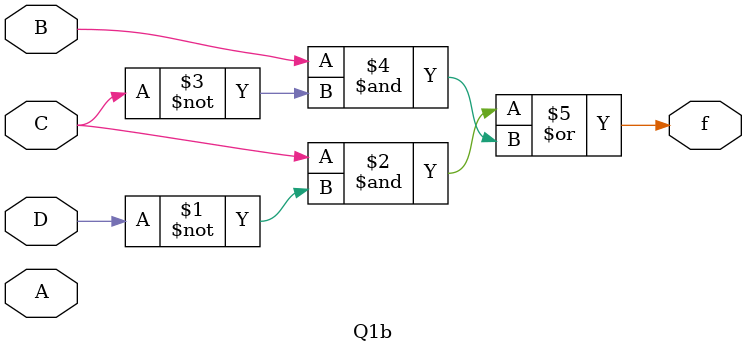
<source format=v>
module Q1b(A,B,C,D,f);
input A,B,C,D;
output f;
assign f = (C & ~D) | (B & ~C);
endmodule

</source>
